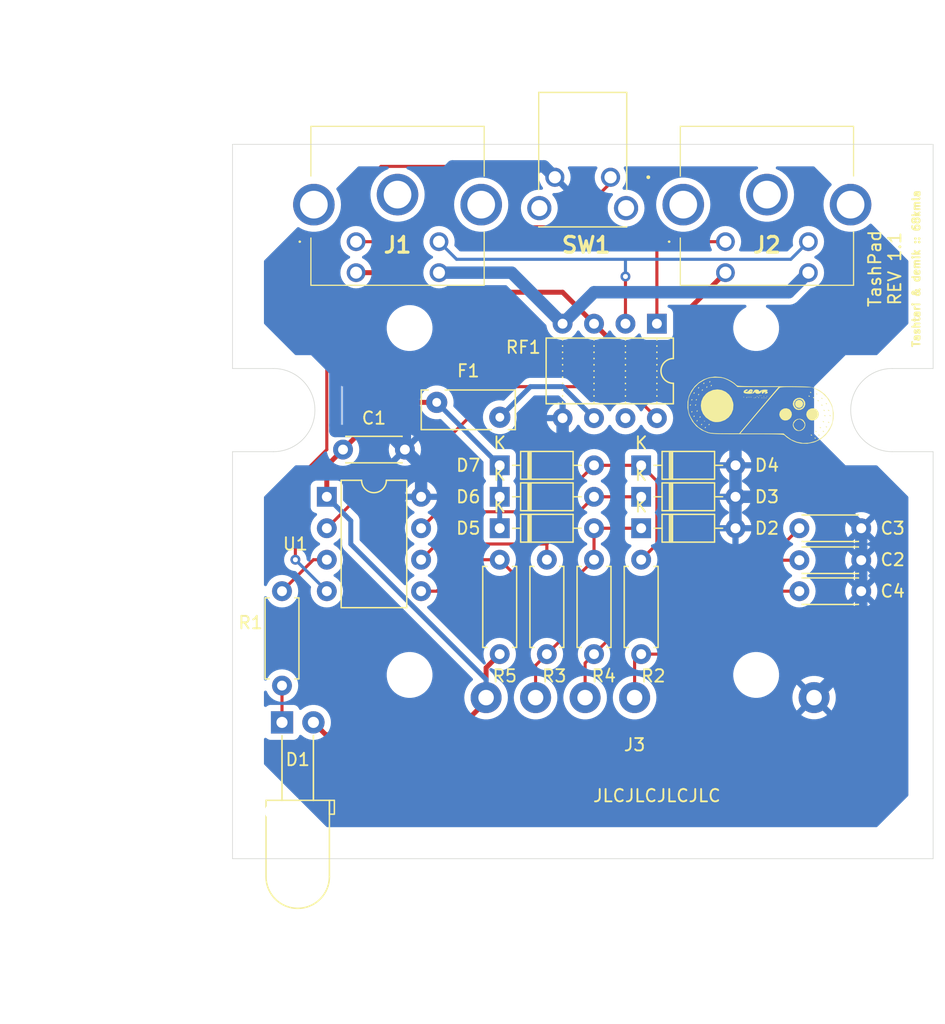
<source format=kicad_pcb>
(kicad_pcb (version 20240108) (generator "pcbnew") (generator_version "8.0")
  (title_block (title "TashPad") (date "2024-05-23") (rev "1.1") (company "Lostwave") (comment 1 "https://68kmla.org") (comment 2 "https://github.com/lampmerchant/tashpad"))
  (layers (0 "F.Cu" signal) (31 "B.Cu" signal) (35 "F.Paste" user) (37 "F.SilkS" user "F.Silkscreen") (38 "B.Mask" user) (39 "F.Mask" user) (44 "Edge.Cuts" user))
  (net 0 "")
  (net 1 "GND")
  (net 2 "+5V")
  (net 3 "unconnected-(RF1-Pin_6-Pad6)")
  (net 4 "Net-(RF1-Pin_3)")
  (net 5 "Net-(RF1-Pin_1)")
  (net 6 "Net-(RF1-Pin_2)")
  (net 7 "Net-(RF1-Pin_4)")
  (net 9 "Net-(SW1-A)")
  (net 10 "Net-(J3-Pin_3)")
  (net 11 "Net-(J3-Pin_2)")
  (net 12 "ADB")
  (net 13 "Net-(J3-Pin_4)")
  (net 14 "Net-(D1-K)")
  (net 15 "Net-(D2-K)")
  (net 16 "Net-(D3-K)")
  (net 17 "Net-(D4-K)")
  (net 20 "Net-(U1-RA4)")
  (footprint "Capacitor_THT:C_Disc_D4.3mm_W1.9mm_P5.00mm" (layer "F.Cu") (at 140.93 93.98 180)
    (property "Reference" "C1" (at 2.5 2.54 180) (layer "F.SilkS"))
    (property "Value" "100nF")
    (pad "1" thru_hole circle (at 0 0 180) (size 1.6 1.6) (drill 0.8) (layers "*.Cu" "*.Mask") (net 1 "GND"))
    (pad "2" thru_hole circle (at 5 0 180) (size 1.6 1.6) (drill 0.8) (layers "*.Cu" "*.Mask") (net 2 "+5V"))
  )
  (footprint "Package_DIP:DIP-8_W7.62mm" (layer "F.Cu") (at 134.62 97.79)
    (property "Reference" "U1" (at -2.54 3.81 0) (layer "F.SilkS"))
    (property "Value" "PIC12F1501-xP")
    (pad "1" thru_hole rect (at 0 0) (size 1.6 1.6) (drill 0.8) (layers "*.Cu" "*.Mask") (net 2 "+5V"))
    (pad "2" thru_hole oval (at 0 2.54) (size 1.6 1.6) (drill 0.8) (layers "*.Cu" "*.Mask") (net 12 "ADB"))
    (pad "3" thru_hole oval (at 0 5.08) (size 1.6 1.6) (drill 0.8) (layers "*.Cu" "*.Mask") (net 20 "Net-(U1-RA4)"))
    (pad "4" thru_hole oval (at 0 7.62) (size 1.6 1.6) (drill 0.8) (layers "*.Cu" "*.Mask") (net 9 "Net-(SW1-A)"))
    (pad "5" thru_hole oval (at 7.62 7.62) (size 1.6 1.6) (drill 0.8) (layers "*.Cu" "*.Mask") (net 15 "Net-(D2-K)"))
    (pad "6" thru_hole oval (at 7.62 5.08) (size 1.6 1.6) (drill 0.8) (layers "*.Cu" "*.Mask") (net 16 "Net-(D3-K)"))
    (pad "7" thru_hole oval (at 7.62 2.54) (size 1.6 1.6) (drill 0.8) (layers "*.Cu" "*.Mask") (net 17 "Net-(D4-K)"))
    (pad "8" thru_hole oval (at 7.62 0) (size 1.6 1.6) (drill 0.8) (layers "*.Cu" "*.Mask") (net 1 "GND"))
  )
  (footprint "LED_THT:LED_D5.0mm_Horizontal_O6.35mm_Z3.0mm" (layer "F.Cu") (at 131 116)
    (property "Reference" "D1" (at 1.27 3 0) (layer "F.SilkS"))
    (property "Value" "LED")
    (pad "1" thru_hole rect (at 0 0) (size 1.8 1.8) (drill 0.9) (layers "*.Cu" "*.Mask") (net 14 "Net-(D1-K)"))
    (pad "2" thru_hole circle (at 2.54 0) (size 1.8 1.8) (drill 0.9) (layers "*.Cu" "*.Mask") (net 2 "+5V"))
  )
  (footprint "tashpad:57491811" (layer "F.Cu") (at 166.83 77.2 180)
    (property "Reference" "J2" (at -3.35 -0.27 180) (layer "F.SilkS") (effects (font (size 1.27 1.27) (thickness 0.254))))
    (property "Value" "Mini-DIN-4" (hide yes))
    (pad "1" thru_hole circle (at 0 0 180) (size 1.509 1.509) (drill 0.97) (layers "*.Cu" "*.Mask") (net 5 "Net-(RF1-Pin_1)"))
    (pad "2" thru_hole circle (at -6.7 0 180) (size 1.509 1.509) (drill 0.97) (layers "*.Cu" "*.Mask") (net 6 "Net-(RF1-Pin_2)"))
    (pad "3" thru_hole circle (at 0 -2.5 180) (size 1.509 1.509) (drill 0.97) (layers "*.Cu" "*.Mask") (net 4 "Net-(RF1-Pin_3)"))
    (pad "4" thru_hole circle (at -6.7 -2.5 180) (size 1.509 1.509) (drill 0.97) (layers "*.Cu" "*.Mask") (net 7 "Net-(RF1-Pin_4)"))
    (pad "MH1" thru_hole circle (at -3.35 3.8 180) (size 3.356 3.356) (drill 2.237) (layers "*.Cu" "*.Mask"))
    (pad "MH2" thru_hole circle (at -10.11 2.99 180) (size 3.356 3.356) (drill 2.237) (layers "*.Cu" "*.Mask"))
    (pad "MH3" thru_hole circle (at 3.41 2.99 180) (size 3.356 3.356) (drill 2.237) (layers "*.Cu" "*.Mask"))
  )
  (footprint "tashpad:57491811" (layer "F.Cu") (at 136.985 77.2 180)
    (property "Reference" "J1" (at -3.35 -0.27 180) (layer "F.SilkS") (effects (font (size 1.27 1.27) (thickness 0.254))))
    (property "Value" "Mini-DIN-4" (hide yes))
    (pad "1" thru_hole circle (at 0 0 180) (size 1.509 1.509) (drill 0.97) (layers "*.Cu" "*.Mask") (net 5 "Net-(RF1-Pin_1)"))
    (pad "2" thru_hole circle (at -6.7 0 180) (size 1.509 1.509) (drill 0.97) (layers "*.Cu" "*.Mask") (net 6 "Net-(RF1-Pin_2)"))
    (pad "3" thru_hole circle (at 0 -2.5 180) (size 1.509 1.509) (drill 0.97) (layers "*.Cu" "*.Mask") (net 4 "Net-(RF1-Pin_3)"))
    (pad "4" thru_hole circle (at -6.7 -2.5 180) (size 1.509 1.509) (drill 0.97) (layers "*.Cu" "*.Mask") (net 7 "Net-(RF1-Pin_4)"))
    (pad "MH1" thru_hole circle (at -3.35 3.8 180) (size 3.356 3.356) (drill 2.237) (layers "*.Cu" "*.Mask"))
    (pad "MH2" thru_hole circle (at -10.11 2.99 180) (size 3.356 3.356) (drill 2.237) (layers "*.Cu" "*.Mask"))
    (pad "MH3" thru_hole circle (at 3.41 2.99 180) (size 3.356 3.356) (drill 2.237) (layers "*.Cu" "*.Mask"))
  )
  (footprint "tashpad:118250277" (layer "F.Cu") (at 157.5458 72 180)
    (property "Reference" "SW1" (at 1.9708 -5.47 180) (layer "F.SilkS") (effects (font (size 1.27 1.27) (thickness 0.254))))
    (property "Value" "1-1825027-7" (hide yes))
    (pad "1" thru_hole circle (at 0 0 180) (size 1.54 1.54) (drill 0.99) (layers "*.Cu" "*.Mask") (net 9 "Net-(SW1-A)"))
    (pad "2" thru_hole circle (at 4.5 0 180) (size 1.54 1.54) (drill 0.99) (layers "*.Cu" "*.Mask") (net 1 "GND"))
    (pad "MH1" thru_hole circle (at -1.255 -2.49 180) (size 1.95 1.95) (drill 1.3) (layers "*.Cu" "*.Mask"))
    (pad "MH2" thru_hole circle (at 5.755 -2.49 180) (size 1.95 1.95) (drill 1.3) (layers "*.Cu" "*.Mask"))
  )
  (footprint "MountingHole:MountingHole_3.2mm_M3" (layer "F.Cu") (at 141.31 84.17)
    (property "Reference" "H1" (hide yes))
    (property "Value" "M3")
    (pad "" np_thru_hole circle (at 0 0) (size 3.2 3.2) (drill 3.2) (layers "*.Cu" "*.Mask"))
  )
  (footprint "MountingHole:MountingHole_3.2mm_M3" (layer "F.Cu") (at 169.31 84.17)
    (property "Reference" "H2" (hide yes))
    (property "Value" "M3")
    (pad "" np_thru_hole circle (at 0 0) (size 3.2 3.2) (drill 3.2) (layers "*.Cu" "*.Mask"))
  )
  (footprint "MountingHole:MountingHole_3.2mm_M3" (layer "F.Cu") (at 141.31 112.17)
    (property "Reference" "H3" (hide yes))
    (property "Value" "M3")
    (pad "" np_thru_hole circle (at 0 0) (size 3.2 3.2) (drill 3.2) (layers "*.Cu" "*.Mask"))
  )
  (footprint "MountingHole:MountingHole_3.2mm_M3" (layer "F.Cu") (at 169.31 112.17)
    (property "Reference" "H4" (hide yes))
    (property "Value" "M3")
    (pad "" np_thru_hole circle (at 0 0) (size 3.2 3.2) (drill 3.2) (layers "*.Cu" "*.Mask"))
  )
  (footprint "tashpad:MountingHole_1.152mm" (layer "F.Cu") (at 130.175 123.19)
    (property "Reference" "H5" (hide yes))
    (property "Value" "1.152mm")
    (pad "" np_thru_hole circle (at 0 0) (size 1.152 1.152) (drill 1.152) (layers "*.Cu" "*.Mask"))
  )
  (footprint "tashpad:MountingHole_1.152mm" (layer "F.Cu") (at 180.975 72.39)
    (property "Reference" "H6" (hide yes))
    (property "Value" "1.152mm")
    (pad "" np_thru_hole circle (at 0 0) (size 1.152 1.152) (drill 1.152) (layers "*.Cu" "*.Mask"))
  )
  (footprint "Diode_THT:D_DO-35_SOD27_P7.62mm_Horizontal" (layer "F.Cu") (at 148.59 100.33)
    (property "Reference" "D5" (at -2.54 0 0) (layer "F.SilkS"))
    (property "Value" "1N4148")
    (fp_text user "K" (at 0 -1.8 0) (layer "F.SilkS"))
    (pad "1" thru_hole rect (at 0 0) (size 1.6 1.6) (drill 0.8) (layers "*.Cu" "*.Mask") (net 2 "+5V"))
    (pad "2" thru_hole oval (at 7.62 0) (size 1.6 1.6) (drill 0.8) (layers "*.Cu" "*.Mask") (net 15 "Net-(D2-K)"))
  )
  (footprint "Resistor_THT:R_Axial_DIN0207_L6.3mm_D2.5mm_P7.62mm_Horizontal" (layer "F.Cu") (at 131 113.03 90)
    (property "Reference" "R1" (at 5.08 -2.54 0) (layer "F.SilkS"))
    (property "Value" "330Ω")
    (pad "1" thru_hole circle (at 0 0 90) (size 1.6 1.6) (drill 0.8) (layers "*.Cu" "*.Mask") (net 14 "Net-(D1-K)"))
    (pad "2" thru_hole oval (at 7.62 0 90) (size 1.6 1.6) (drill 0.8) (layers "*.Cu" "*.Mask") (net 20 "Net-(U1-RA4)"))
  )
  (footprint "Resistor_THT:R_Axial_DIN0207_L6.3mm_D2.5mm_P7.62mm_Horizontal" (layer "F.Cu") (at 152.4 110.49 90)
    (property "Reference" "R3" (at -1.76 0.6 0) (layer "F.SilkS"))
    (property "Value" "100")
    (pad "1" thru_hole circle (at 0 0 90) (size 1.6 1.6) (drill 0.8) (layers "*.Cu" "*.Mask") (net 11 "Net-(J3-Pin_2)"))
    (pad "2" thru_hole oval (at 7.62 0 90) (size 1.6 1.6) (drill 0.8) (layers "*.Cu" "*.Mask") (net 16 "Net-(D3-K)"))
  )
  (footprint "Capacitor_THT:C_Disc_D4.3mm_W1.9mm_P5.00mm" (layer "F.Cu") (at 172.8 100.33)
    (property "Reference" "C3" (at 7.54 0 0) (layer "F.SilkS"))
    (property "Value" "330pF")
    (pad "1" thru_hole circle (at 0 0) (size 1.6 1.6) (drill 0.8) (layers "*.Cu" "*.Mask") (net 11 "Net-(J3-Pin_2)"))
    (pad "2" thru_hole circle (at 5 0) (size 1.6 1.6) (drill 0.8) (layers "*.Cu" "*.Mask") (net 1 "GND"))
  )
  (footprint "Resistor_THT:R_Axial_DIN0207_L6.3mm_D2.5mm_P7.62mm_Horizontal" (layer "F.Cu") (at 160.02 110.49 90)
    (property "Reference" "R2" (at -1.76 0.98 0) (layer "F.SilkS"))
    (property "Value" "100")
    (pad "1" thru_hole circle (at 0 0 90) (size 1.6 1.6) (drill 0.8) (layers "*.Cu" "*.Mask") (net 13 "Net-(J3-Pin_4)"))
    (pad "2" thru_hole oval (at 7.62 0 90) (size 1.6 1.6) (drill 0.8) (layers "*.Cu" "*.Mask") (net 17 "Net-(D4-K)"))
  )
  (footprint "Resistor_THT:R_Axial_DIN0207_L6.3mm_D2.5mm_P7.62mm_Horizontal" (layer "F.Cu") (at 156.21 110.49 90)
    (property "Reference" "R4" (at -1.76 0.79 0) (layer "F.SilkS"))
    (property "Value" "100")
    (pad "1" thru_hole circle (at 0 0 90) (size 1.6 1.6) (drill 0.8) (layers "*.Cu" "*.Mask") (net 10 "Net-(J3-Pin_3)"))
    (pad "2" thru_hole oval (at 7.62 0 90) (size 1.6 1.6) (drill 0.8) (layers "*.Cu" "*.Mask") (net 15 "Net-(D2-K)"))
  )
  (footprint "Resistor_THT:R_Axial_DIN0207_L6.3mm_D2.5mm_P7.62mm_Horizontal" (layer "F.Cu") (at 148.59 110.49 90)
    (property "Reference" "R5" (at -1.76 0.41 0) (layer "F.SilkS"))
    (property "Value" "10k")
    (pad "1" thru_hole circle (at 0 0 90) (size 1.6 1.6) (drill 0.8) (layers "*.Cu" "*.Mask") (net 2 "+5V"))
    (pad "2" thru_hole oval (at 7.62 0 90) (size 1.6 1.6) (drill 0.8) (layers "*.Cu" "*.Mask") (net 15 "Net-(D2-K)"))
  )
  (footprint "Diode_THT:D_DO-35_SOD27_P7.62mm_Horizontal" (layer "F.Cu") (at 160.02 97.79)
    (property "Reference" "D3" (at 10.16 0 0) (layer "F.SilkS"))
    (property "Value" "1N4148")
    (fp_text user "K" (at 0 -1.8 0) (layer "F.SilkS"))
    (pad "1" thru_hole rect (at 0 0) (size 1.6 1.6) (drill 0.8) (layers "*.Cu" "*.Mask") (net 16 "Net-(D3-K)"))
    (pad "2" thru_hole oval (at 7.62 0) (size 1.6 1.6) (drill 0.8) (layers "*.Cu" "*.Mask") (net 1 "GND"))
  )
  (footprint "Diode_THT:D_DO-35_SOD27_P7.62mm_Horizontal" (layer "F.Cu") (at 160.02 100.33)
    (property "Reference" "D2" (at 10.16 0 0) (layer "F.SilkS"))
    (property "Value" "1N4148")
    (fp_text user "K" (at 0 -1.8 0) (layer "F.SilkS"))
    (pad "1" thru_hole rect (at 0 0) (size 1.6 1.6) (drill 0.8) (layers "*.Cu" "*.Mask") (net 15 "Net-(D2-K)"))
    (pad "2" thru_hole oval (at 7.62 0) (size 1.6 1.6) (drill 0.8) (layers "*.Cu" "*.Mask") (net 1 "GND"))
  )
  (footprint "Diode_THT:D_DO-35_SOD27_P7.62mm_Horizontal" (layer "F.Cu") (at 148.59 97.79)
    (property "Reference" "D6" (at -2.54 0 0) (layer "F.SilkS"))
    (property "Value" "1N4148")
    (fp_text user "K" (at 0 -1.8 0) (layer "F.SilkS"))
    (pad "1" thru_hole rect (at 0 0) (size 1.6 1.6) (drill 0.8) (layers "*.Cu" "*.Mask") (net 2 "+5V"))
    (pad "2" thru_hole oval (at 7.62 0) (size 1.6 1.6) (drill 0.8) (layers "*.Cu" "*.Mask") (net 16 "Net-(D3-K)"))
  )
  (footprint "Capacitor_THT:C_Disc_D4.3mm_W1.9mm_P5.00mm" (layer "F.Cu") (at 172.8 105.41)
    (property "Reference" "C4" (at 7.54 0 0) (layer "F.SilkS"))
    (property "Value" "330pF")
    (pad "1" thru_hole circle (at 0 0) (size 1.6 1.6) (drill 0.8) (layers "*.Cu" "*.Mask") (net 13 "Net-(J3-Pin_4)"))
    (pad "2" thru_hole circle (at 5 0) (size 1.6 1.6) (drill 0.8) (layers "*.Cu" "*.Mask") (net 1 "GND"))
  )
  (footprint "tashpad:SNES Controller" (layer "F.Cu") (at 159.49 114)
    (property "Reference" "J3" (at 0 3.81 0) (layer "F.SilkS"))
    (property "Value" "SNES Angled connector")
    (pad "1" thru_hole circle (at -12 0) (size 2.5 2.5) (drill 1.25) (layers "*.Cu" "*.Mask") (net 2 "+5V"))
    (pad "2" thru_hole circle (at -8 0) (size 2.5 2.5) (drill 1.25) (layers "*.Cu" "*.Mask") (net 11 "Net-(J3-Pin_2)"))
    (pad "3" thru_hole circle (at -4 0) (size 2.5 2.5) (drill 1.25) (layers "*.Cu" "*.Mask") (net 10 "Net-(J3-Pin_3)"))
    (pad "4" thru_hole circle (at 0 0) (size 2.5 2.5) (drill 1.25) (layers "*.Cu" "*.Mask") (net 13 "Net-(J3-Pin_4)"))
    (pad "5" smd circle (at 6.5 2) (size 0.5 0.5) (layers "F.Cu" "F.Paste" "F.Mask"))
    (pad "6" smd circle (at 10.5 2) (size 0.5 0.5) (layers "F.Cu" "F.Paste" "F.Mask"))
    (pad "7" thru_hole circle (at 14.5 0) (size 2.5 2.5) (drill 1.25) (layers "*.Cu" "*.Mask") (net 1 "GND"))
  )
  (footprint "Diode_THT:D_DO-35_SOD27_P7.62mm_Horizontal" (layer "F.Cu") (at 160.02 95.25)
    (property "Reference" "D4" (at 10.16 0 0) (layer "F.SilkS"))
    (property "Value" "1N4148")
    (fp_text user "K" (at 0 -1.8 0) (layer "F.SilkS"))
    (pad "1" thru_hole rect (at 0 0) (size 1.6 1.6) (drill 0.8) (layers "*.Cu" "*.Mask") (net 17 "Net-(D4-K)"))
    (pad "2" thru_hole oval (at 7.62 0) (size 1.6 1.6) (drill 0.8) (layers "*.Cu" "*.Mask") (net 1 "GND"))
  )
  (footprint "Diode_THT:D_DO-35_SOD27_P7.62mm_Horizontal" (layer "F.Cu") (at 148.59 95.25)
    (property "Reference" "D7" (at -2.54 0 0) (layer "F.SilkS"))
    (property "Value" "1N4148")
    (fp_text user "K" (at 0 -1.8 0) (layer "F.SilkS"))
    (pad "1" thru_hole rect (at 0 0) (size 1.6 1.6) (drill 0.8) (layers "*.Cu" "*.Mask") (net 2 "+5V"))
    (pad "2" thru_hole oval (at 7.62 0) (size 1.6 1.6) (drill 0.8) (layers "*.Cu" "*.Mask") (net 17 "Net-(D4-K)"))
  )
  (footprint "LOGO" (layer "F.Cu") (at 169.545 90.805)
    (property "Reference" "G***" (hide yes))
    (property "Value" "LOGO" (hide yes))
  )
  (footprint "Capacitor_THT:C_Disc_D4.3mm_W1.9mm_P5.00mm" (layer "F.Cu") (at 172.8 102.91)
    (property "Reference" "C2" (at 7.54 -0.04 0) (layer "F.SilkS"))
    (property "Value" "330pF")
    (pad "1" thru_hole circle (at 0 0) (size 1.6 1.6) (drill 0.8) (layers "*.Cu" "*.Mask") (net 10 "Net-(J3-Pin_3)"))
    (pad "2" thru_hole circle (at 5 0) (size 1.6 1.6) (drill 0.8) (layers "*.Cu" "*.Mask") (net 1 "GND"))
  )
  (footprint "Package_DIP:DIP-8_W7.62mm" (layer "F.Cu") (at 161.29 83.82 -90)
    (property "Reference" "RF1" (at 1.905 10.795 180) (layer "F.SilkS"))
    (property "Value" "LD11-0246FLF")
    (pad "1" thru_hole rect (at 0 0 270) (size 1.6 1.6) (drill 0.8) (layers "*.Cu" "*.Mask") (net 5 "Net-(RF1-Pin_1)"))
    (pad "2" thru_hole oval (at 0 2.54 270) (size 1.6 1.6) (drill 0.8) (layers "*.Cu" "*.Mask") (net 6 "Net-(RF1-Pin_2)"))
    (pad "3" thru_hole oval (at 0 5.08 270) (size 1.6 1.6) (drill 0.8) (layers "*.Cu" "*.Mask") (net 4 "Net-(RF1-Pin_3)"))
    (pad "4" thru_hole oval (at 0 7.62 270) (size 1.6 1.6) (drill 0.8) (layers "*.Cu" "*.Mask") (net 7 "Net-(RF1-Pin_4)"))
    (pad "5" thru_hole oval (at 7.62 7.62 270) (size 1.6 1.6) (drill 0.8) (layers "*.Cu" "*.Mask") (net 1 "GND"))
    (pad "6" thru_hole oval (at 7.62 5.08 270) (size 1.6 1.6) (drill 0.8) (layers "*.Cu" "*.Mask") (net 3 "unconnected-(RF1-Pin_6-Pad6)"))
    (pad "7" thru_hole oval (at 7.62 2.54 270) (size 1.6 1.6) (drill 0.8) (layers "*.Cu" "*.Mask"))
    (pad "8" thru_hole oval (at 7.62 0 270) (size 1.6 1.6) (drill 0.8) (layers "*.Cu" "*.Mask") (net 12 "ADB"))
  )
  (footprint "Fuse:Fuse_Bourns_MF-RHT050" (layer "F.Cu") (at 148.6 91.37 180)
    (property "Reference" "F1" (at 2.55 3.74 180) (layer "F.SilkS"))
    (property "Value" "Polyfuse MF-R020")
    (pad "1" thru_hole circle (at 0 0 180) (size 1.71 1.71) (drill 0.71) (layers "*.Cu" "*.Mask") (net 3 "unconnected-(RF1-Pin_6-Pad6)"))
    (pad "2" thru_hole circle (at 5.1 1.2 180) (size 1.71 1.71) (drill 0.71) (layers "*.Cu" "*.Mask") (net 2 "+5V"))
  )
  (gr_line (start 161.29 90.17) (end 161.29 85.09) (stroke (width 0.12) (type dot)) (layer "F.SilkS"))
  (gr_line (start 153.67 90.17) (end 153.67 85.09) (stroke (width 0.12) (type dot)) (layer "F.SilkS"))
  (gr_line (start 158.75 90.17) (end 158.75 85.09) (stroke (width 0.12) (type dot)) (layer "F.SilkS"))
  (gr_line (start 156.21 90.17) (end 156.21 85.09) (stroke (width 0.12) (type dot)) (layer "F.SilkS"))
  (gr_line (start 183.61 127) (end 183.61 94.15) (stroke (width 0.05)) (layer "Edge.Cuts"))
  (gr_arc (start 130.302 87.434) (mid 133.66 90.792) (end 130.302 94.15) (stroke (width 0.05)) (layer "Edge.Cuts"))
  (gr_line (start 130.302 94.15) (end 127 94.15) (stroke (width 0.05)) (layer "Edge.Cuts"))
  (gr_line (start 130.302 87.434) (end 127 87.434) (stroke (width 0.05)) (layer "Edge.Cuts"))
  (gr_line (start 180.308 87.434) (end 183.61 87.434) (stroke (width 0.05)) (layer "Edge.Cuts"))
  (gr_arc (start 180.308 94.15) (mid 176.95 90.792) (end 180.308 87.434) (stroke (width 0.05)) (layer "Edge.Cuts"))
  (gr_line (start 180.308 94.15) (end 183.61 94.15) (stroke (width 0.05)) (layer "Edge.Cuts"))
  (gr_line (start 183.61 87.434) (end 183.61 69.344) (stroke (width 0.05)) (layer "Edge.Cuts"))
  (gr_line (start 183.61 69.344) (end 127 69.344) (stroke (width 0.05)) (layer "Edge.Cuts"))
  (gr_line (start 127 87.434) (end 127 69.344) (stroke (width 0.05)) (layer "Edge.Cuts"))
  (gr_line (start 127 127) (end 127 94.15) (stroke (width 0.05)) (layer "Edge.Cuts"))
  (gr_line (start 127 127) (end 183.61 127) (stroke (width 0.05)) (layer "Edge.Cuts"))
  (gr_text "TashPad\nREV 1.1" (at 179.705 79.375 90) (layer "F.SilkS") (effects (font (size 1 1))))
  (gr_text "Tashtari & demik :: 68kmla" (at 182.245 79.375 90) (layer "F.SilkS") (effects (font (size 0.6 0.6))))
  (gr_text "JLCJLCJLCJLC" (at 161.29 121.92 0) (layer "F.SilkS") (effects (font (size 1 1))))
  (segment (start 177.8 110.2) (end 177.79 110.2) (width 1) (layer "B.Cu") (net 1))
  (segment (start 162.56 87.63) (end 166.37 91.44) (width 1) (layer "B.Cu") (net 1))
  (segment (start 154.305 93.345) (end 153.67 92.71) (width 1) (layer "B.Cu") (net 1))
  (segment (start 141.605 76.835) (end 143.51 74.93) (width 1) (layer "B.Cu") (net 1))
  (segment (start 142.24 87.63) (end 162.56 87.63) (width 1) (layer "B.Cu") (net 1))
  (segment (start 142.24 97.79) (end 142.24 95.29) (width 1) (layer "B.Cu") (net 1))
  (segment (start 140.93 88.9) (end 140.97 88.9) (width 1) (layer "B.Cu") (net 1))
  (segment (start 135.308679 92.48) (end 135.308679 92) (width 1) (layer "B.Cu") (net 1))
  (segment (start 152.1658 71.12) (end 153.0458 72) (width 1) (layer "B.Cu") (net 1))
  (segment (start 167.64 100.33) (end 167.64 95.25) (width 1) (layer "B.Cu") (net 1))
  (segment (start 177.8 105.41) (end 177.8 106.68) (width 1) (layer "B.Cu") (net 1))
  (segment (start 153.67 92.71) (end 153.67 91.44) (width 1) (layer "B.Cu") (net 1))
  (segment (start 177.8 100.33) (end 177.8 105.41) (width 1) (layer "B.Cu") (net 1))
  (segment (start 164.465 93.345) (end 154.305 93.345) (width 1) (layer "B.Cu") (net 1))
  (segment (start 167.64 92.71) (end 167.64 95.25) (width 1) (layer "B.Cu") (net 1))
  (segment (start 142.24 95.29) (end 140.93 93.98) (width 1) (layer "B.Cu") (net 1))
  (segment (start 144.78 71.12) (end 152.1658 71.12) (width 1) (layer "B.Cu") (net 1))
  (segment (start 135.308679 92) (end 135.308679 85.671321) (width 1) (layer "B.Cu") (net 1))
  (segment (start 166.37 91.44) (end 164.465 93.345) (width 1) (layer "B.Cu") (net 1))
  (segment (start 140.93 88.9) (end 140.93 93.98) (width 1) (layer "B.Cu") (net 1))
  (segment (start 166.37 91.44) (end 167.64 92.71) (width 1) (layer "B.Cu") (net 1))
  (segment (start 141.605 79.375) (end 141.605 76.835) (width 1) (layer "B.Cu") (net 1))
  (segment (start 177.8 105.41) (end 177.8 110.2) (width 1) (layer "B.Cu") (net 1))
  (segment (start 135.308679 85.671321) (end 141.605 79.375) (width 1) (layer "B.Cu") (net 1))
  (segment (start 135.308679 92.48) (end 139.43 92.48) (width 1) (layer "B.Cu") (net 1))
  (segment (start 143.51 72.39) (end 144.78 71.12) (width 1) (layer "B.Cu") (net 1))
  (segment (start 175.26 97.79) (end 167.64 97.79) (width 1) (layer "B.Cu") (net 1))
  (segment (start 177.8 100.33) (end 175.26 97.79) (width 1) (layer "B.Cu") (net 1))
  (segment (start 177.79 110.2) (end 173.99 114) (width 1) (layer "B.Cu") (net 1))
  (segment (start 143.51 74.93) (end 143.51 72.39) (width 1) (layer "B.Cu") (net 1))
  (segment (start 139.43 92.48) (end 140.93 93.98) (width 1) (layer "B.Cu") (net 1))
  (segment (start 140.97 88.9) (end 142.24 87.63) (width 1) (layer "B.Cu") (net 1))
  (segment (start 139.74 90.17) (end 143.5 90.17) (width 0.4) (layer "F.Cu") (net 2))
  (segment (start 144.79 117) (end 134.54 117) (width 0.4) (layer "F.Cu") (net 2))
  (segment (start 134.54 117) (end 133.54 116) (width 0.4) (layer "F.Cu") (net 2))
  (segment (start 147.49 111.59) (end 148.59 110.49) (width 0.4) (layer "F.Cu") (net 2))
  (segment (start 134.62 95.29) (end 135.93 93.98) (width 0.4) (layer "F.Cu") (net 2))
  (segment (start 147.49 114.3) (end 144.79 117) (width 0.4) (layer "F.Cu") (net 2))
  (segment (start 147.49 114) (end 147.49 111.59) (width 0.4) (layer "F.Cu") (net 2))
  (segment (start 135.93 93.98) (end 139.74 90.17) (width 0.4) (layer "F.Cu") (net 2))
  (segment (start 134.62 97.79) (end 134.62 95.29) (width 0.4) (layer "F.Cu") (net 2))
  (segment (start 148.59 100.33) (end 148.59 95.25) (width 0.4) (layer "B.Cu") (net 2))
  (segment (start 147.49 114) (end 147.49 112.532234) (width 0.4) (layer "B.Cu") (net 2))
  (segment (start 136.557766 99.727766) (end 134.62 97.79) (width 0.4) (layer "B.Cu") (net 2))
  (segment (start 148.58 95.25) (end 143.5 90.17) (width 0.4) (layer "B.Cu") (net 2))
  (segment (start 136.557766 101.6) (end 136.557766 99.727766) (width 0.4) (layer "B.Cu") (net 2))
  (segment (start 147.49 112.532234) (end 136.557766 101.6) (width 0.4) (layer "B.Cu") (net 2))
  (segment (start 153.67 88.9) (end 156.21 91.44) (width 0.4) (layer "B.Cu") (net 3))
  (segment (start 151.07 88.9) (end 153.67 88.9) (width 0.4) (layer "B.Cu") (net 3))
  (segment (start 148.6 91.37) (end 151.07 88.9) (width 0.4) (layer "B.Cu") (net 3))
  (segment (start 158.75 86.36) (end 162.56 86.36) (width 0.4) (layer "F.Cu") (net 4))
  (segment (start 163.83 82.7) (end 166.83 79.7) (width 0.4) (layer "F.Cu") (net 4))
  (segment (start 147.32 82.55) (end 143.51 82.55) (width 0.4) (layer "F.Cu") (net 4))
  (segment (start 136.985 79.7) (end 140.66 79.7) (width 0.4) (layer "F.Cu") (net 4))
  (segment (start 156.21 83.82) (end 158.75 86.36) (width 0.4) (layer "F.Cu") (net 4))
  (segment (start 153.67 81.28) (end 148.59 81.28) (width 0.4) (layer "F.Cu") (net 4))
  (segment (start 140.66 79.7) (end 143.51 82.55) (width 0.4) (layer "F.Cu") (net 4))
  (segment (start 156.21 83.82) (end 153.67 81.28) (width 0.4) (layer "F.Cu") (net 4))
  (segment (start 162.56 86.36) (end 163.83 85.09) (width 0.4) (layer "F.Cu") (net 4))
  (segment (start 163.83 85.09) (end 163.83 82.7) (width 0.4) (layer "F.Cu") (net 4))
  (segment (start 148.59 81.28) (end 147.32 82.55) (width 0.4) (layer "F.Cu") (net 4))
  (segment (start 140.8 77.2) (end 143 75) (width 0.25) (layer "F.Cu") (net 5))
  (segment (start 161.29 83.82) (end 161.29 77.2) (width 0.25) (layer "F.Cu") (net 5))
  (segment (start 146 77.2) (end 161.29 77.2) (width 0.25) (layer "F.Cu") (net 5))
  (segment (start 143.8 75) (end 146 77.2) (width 0.25) (layer "F.Cu") (net 5))
  (segment (start 166.83 77.2) (end 161.29 77.2) (width 0.25) (layer "F.Cu") (net 5))
  (segment (start 136.985 77.2) (end 140.8 77.2) (width 0.25) (layer "F.Cu") (net 5))
  (segment (start 143 75) (end 143.8 75) (width 0.25) (layer "F.Cu") (net 5))
  (segment (start 158.75 83.82) (end 158.75 80.01) (width 0.25) (layer "F.Cu") (net 6))
  (via (at 158.75 80.01) (size 0.8) (drill 0.4) (layers "F.Cu" "B.Cu") (net 6))
  (segment (start 158.75 78.6205) (end 172.1095 78.6205) (width 0.25) (layer "B.Cu") (net 6))
  (segment (start 158.75 78.6205) (end 145.1055 78.6205) (width 0.25) (layer "B.Cu") (net 6))
  (segment (start 158.75 80.01) (end 158.75 78.6205) (width 0.25) (layer "B.Cu") (net 6))
  (segment (start 143.685 77.2) (end 145.1055 78.6205) (width 0.25) (layer "B.Cu") (net 6))
  (segment (start 172.1095 78.6205) (end 173.53 77.2) (width 0.25) (layer "B.Cu") (net 6))
  (segment (start 171.95 81.28) (end 173.53 79.7) (width 1) (layer "B.Cu") (net 7))
  (segment (start 149.55 79.7) (end 143.685 79.7) (width 1) (layer "B.Cu") (net 7))
  (segment (start 153.67 83.82) (end 149.55 79.7) (width 1) (layer "B.Cu") (net 7))
  (segment (start 153.67 83.82) (end 156.21 81.28) (width 1) (layer "B.Cu") (net 7))
  (segment (start 156.21 81.28) (end 171.95 81.28) (width 1) (layer "B.Cu") (net 7))
  (segment (start 136 74.12) (end 136 76.09) (width 0.25) (layer "F.Cu") (net 9))
  (segment (start 136 76.09) (end 134.62 77.47) (width 0.25) (layer "F.Cu") (net 9))
  (segment (start 150 75) (end 150 73.12) (width 0.25) (layer "F.Cu") (net 9))
  (segment (start 151 76) (end 150 75) (width 0.25) (layer "F.Cu") (net 9))
  (segment (start 134.62 77.47) (end 134.62 93.98) (width 0.25) (layer "F.Cu") (net 9))
  (segment (start 157.2729 72.2729) (end 157.2729 72.7271) (width 0.25) (layer "F.Cu") (net 9))
  (segment (start 132.08 96.52) (end 132.08 102.87) (width 0.25) (layer "F.Cu") (net 9))
  (segment (start 150 73.12) (end 148 71.12) (width 0.25) (layer "F.Cu") (net 9))
  (segment (start 148 71.12) (end 139 71.12) (width 0.25) (layer "F.Cu") (net 9))
  (segment (start 157.5458 72) (end 157.2729 72.2729) (width 0.25) (layer "F.Cu") (net 9))
  (segment (start 154 76) (end 151 76) (width 0.25) (layer "F.Cu") (net 9))
  (segment (start 157.2729 72.7271) (end 154 76) (width 0.25) (layer "F.Cu") (net 9))
  (segment (start 134.62 93.98) (end 132.08 96.52) (width 0.25) (layer "F.Cu") (net 9))
  (segment (start 139 71.12) (end 136 74.12) (width 0.25) (layer "F.Cu") (net 9))
  (via (at 132.08 102.87) (size 0.8) (drill 0.4) (layers "F.Cu" "B.Cu") (net 9))
  (segment (start 132.08 102.87) (end 134.62 105.41) (width 0.25) (layer "B.Cu") (net 9))
  (segment (start 155.49 111.21) (end 156.21 110.49) (width 0.25) (layer "F.Cu") (net 10))
  (segment (start 166.37 107.95) (end 158.75 107.95) (width 0.25) (layer "F.Cu") (net 10))
  (segment (start 155.49 114) (end 155.49 111.21) (width 0.25) (layer "F.Cu") (net 10))
  (segment (start 171.41 102.91) (end 166.37 107.95) (width 0.25) (layer "F.Cu") (net 10))
  (segment (start 158.75 107.95) (end 156.21 110.49) (width 0.25) (layer "F.Cu") (net 10))
  (segment (start 172.8 102.91) (end 171.41 102.91) (width 0.25) (layer "F.Cu") (net 10))
  (segment (start 151.49 114) (end 151.49 111.4) (width 0.25) (layer "F.Cu") (net 11))
  (segment (start 152.4 110.49) (end 156.21 106.68) (width 0.25) (layer "F.Cu") (net 11))
  (segment (start 151.49 111.4) (end 152.4 110.49) (width 0.25) (layer "F.Cu") (net 11))
  (segment (start 156.21 106.68) (end 166.45 106.68) (width 0.25) (layer "F.Cu") (net 11))
  (segment (start 166.45 106.68) (end 172.8 100.33) (width 0.25) (layer "F.Cu") (net 11))
  (segment (start 134.62 100.33) (end 138.285 96.665) (width 0.25) (layer "F.Cu") (net 12))
  (segment (start 148.59 88.9) (end 158.75 88.9) (width 0.25) (layer "F.Cu") (net 12))
  (segment (start 140.825 96.665) (end 148.59 88.9) (width 0.25) (layer "F.Cu") (net 12))
  (segment (start 138.285 96.665) (end 140.825 96.665) (width 0.25) (layer "F.Cu") (net 12))
  (segment (start 158.75 88.9) (end 161.29 91.44) (width 0.25) (layer "F.Cu") (net 12))
  (segment (start 170.18 105.41) (end 172.8 105.41) (width 0.25) (layer "F.Cu") (net 13))
  (segment (start 165.1 110.49) (end 170.18 105.41) (width 0.25) (layer "F.Cu") (net 13))
  (segment (start 159.49 114) (end 159.49 111.02) (width 0.25) (layer "F.Cu") (net 13))
  (segment (start 160.02 110.49) (end 165.1 110.49) (width 0.25) (layer "F.Cu") (net 13))
  (segment (start 159.49 111.02) (end 160.02 110.49) (width 0.25) (layer "F.Cu") (net 13))
  (segment (start 131 116) (end 131 113.03) (width 0.25) (layer "F.Cu") (net 14))
  (segment (start 143.51 105.41) (end 146.05 102.87) (width 0.25) (layer "F.Cu") (net 15))
  (segment (start 154.08 105) (end 156.21 102.87) (width 0.25) (layer "F.Cu") (net 15))
  (segment (start 156.21 102.87) (end 156.21 100.33) (width 0.25) (layer "F.Cu") (net 15))
  (segment (start 150.72 105) (end 154.08 105) (width 0.25) (layer "F.Cu") (net 15))
  (segment (start 146.05 102.87) (end 148.59 102.87) (width 0.25) (layer "F.Cu") (net 15))
  (segment (start 156.21 100.33) (end 160.02 100.33) (width 0.25) (layer "F.Cu") (net 15))
  (segment (start 148.59 102.87) (end 150.72 105) (width 0.25) (layer "F.Cu") (net 15))
  (segment (start 142.24 105.41) (end 143.51 105.41) (width 0.25) (layer "F.Cu") (net 15))
  (segment (start 152.4 101.6) (end 152.4 102.87) (width 0.25) (layer "F.Cu") (net 16))
  (segment (start 143.51 101.6) (end 152.4 101.6) (width 0.25) (layer "F.Cu") (net 16))
  (segment (start 156.21 97.79) (end 152.4 101.6) (width 0.25) (layer "F.Cu") (net 16))
  (segment (start 142.24 102.87) (end 143.51 101.6) (width 0.25) (layer "F.Cu") (net 16))
  (segment (start 156.21 97.79) (end 160.02 97.79) (width 0.25) (layer "F.Cu") (net 16))
  (segment (start 161.29 101.6) (end 161.29 96.52) (width 0.25) (layer "F.Cu") (net 17))
  (segment (start 156.21 95.25) (end 160.02 95.25) (width 0.25) (layer "F.Cu") (net 17))
  (segment (start 161.29 96.52) (end 160.02 95.25) (width 0.25) (layer "F.Cu") (net 17))
  (segment (start 143.57 99) (end 152.46 99) (width 0.25) (layer "F.Cu") (net 17))
  (segment (start 152.46 99) (end 156.21 95.25) (width 0.25) (layer "F.Cu") (net 17))
  (segment (start 142.24 100.33) (end 143.57 99) (width 0.25) (layer "F.Cu") (net 17))
  (segment (start 160.02 102.87) (end 161.29 101.6) (width 0.25) (layer "F.Cu") (net 17))
  (segment (start 133.54 102.87) (end 134.62 102.87) (width 0.25) (layer "F.Cu") (net 20))
  (segment (start 131 105.41) (end 133.54 102.87) (width 0.25) (layer "F.Cu") (net 20))
  (zone (net 1) (net_name "GND") (layer "B.Cu") (connect_pads (clearance 0.508)) (min_thickness 0.25) (fill yes (thermal_gap 0.5) (thermal_bridge_width 0.5))
    (polygon (pts (xy 129.54 119.38) (xy 134.62 124.46) (xy 179.07 124.46) (xy 181.61 121.92) (xy 181.61 97.79) (xy 179.07 95.25) (xy 176.53 95.25) (xy 173.99 92.71) (xy 173.99 88.9) (xy 176.53 86.36) (xy 179.07 86.36) (xy 181.61 83.82) (xy 181.61 78.74) (xy 173.99 71.12) (xy 137.16 71.12) (xy 129.54 78.74) (xy 129.54 83.82) (xy 132.08 86.36) (xy 133.35 86.36) (xy 135.89 88.9) (xy 135.89 92.71) (xy 133.35 95.25) (xy 132.08 95.25) (xy 129.54 97.79)))
  )
)
</source>
